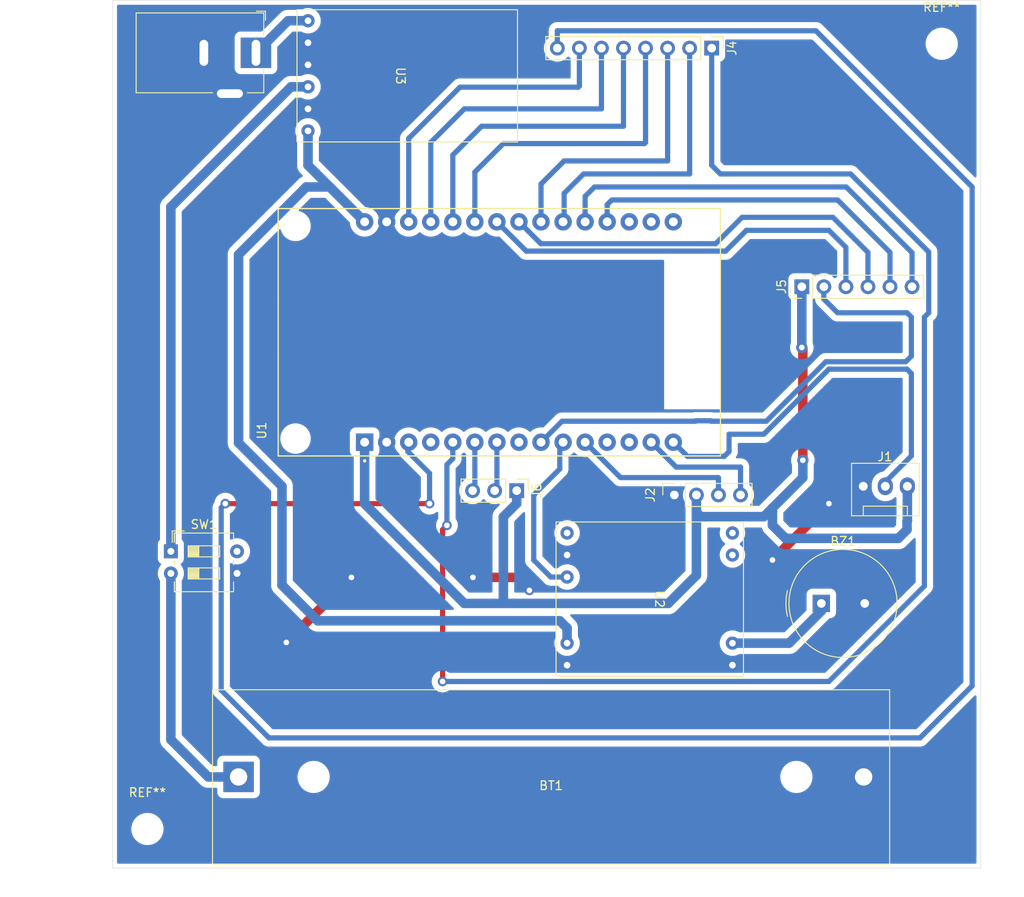
<source format=kicad_pcb>
(kicad_pcb (version 20240108) (generator "pcbnew") (generator_version "8.0")
  (layers (0 "F.Cu" signal) (31 "B.Cu" signal) (34 "B.Paste" user) (35 "F.Paste" user) (36 "B.SilkS" user "B.Silkscreen") (37 "F.SilkS" user "F.Silkscreen") (38 "B.Mask" user) (39 "F.Mask" user) (44 "Edge.Cuts" user))
  (net 0 "")
  (net 1 "GND")
  (net 2 "Net-(BT1-+)")
  (net 3 "Net-(BZ1-+)")
  (net 4 "+5V")
  (net 5 "/LEDS")
  (net 6 "+3V3")
  (net 7 "/SCL")
  (net 8 "/SDA")
  (net 9 "VDC")
  (net 10 "/D5")
  (net 11 "/D18")
  (net 12 "/D26")
  (net 13 "/D4")
  (net 14 "/D25")
  (net 15 "+BATT")
  (net 17 "/D12")
  (net 18 "/D33")
  (net 19 "/D15")
  (net 20 "/D13")
  (net 22 "/D34")
  (net 24 "/D14")
  (net 25 "/D27")
  (net 27 "/D32")
  (net 28 "/RX2")
  (net 29 "/TX2")
  (net 31 "/D19")
  (net 32 "/D35")
  (footprint "Connector_PinHeader_2.54mm:PinHeader_1x06_P2.54mm_Vertical" (layer "F.Cu") (at 179.38 83 90)
    (property "Reference" "J5" (at 0 -2.33 90) (layer "F.SilkS"))
    (property "Value" "Botones")
    (fp_line (start -1.33 -1.33) (end 0 -1.33) (stroke (width 0.12)) (layer "F.SilkS"))
    (fp_line (start -1.33 0) (end -1.33 -1.33) (stroke (width 0.12)) (layer "F.SilkS"))
    (fp_line (start 1.33 1.27) (end 1.33 14.03) (stroke (width 0.12)) (layer "F.SilkS"))
    (fp_line (start -1.33 1.27) (end 1.33 1.27) (stroke (width 0.12)) (layer "F.SilkS"))
    (fp_line (start -1.33 1.27) (end -1.33 14.03) (stroke (width 0.12)) (layer "F.SilkS"))
    (fp_line (start -1.33 14.03) (end 1.33 14.03) (stroke (width 0.12)) (layer "F.SilkS"))
    (pad "1" thru_hole rect (at 0 0 90) (size 1.7 1.7) (drill 1) (layers "*.Cu" "*.Mask") (net 6 "+3V3"))
    (pad "2" thru_hole oval (at 0 2.54 90) (size 1.7 1.7) (drill 1) (layers "*.Cu" "*.Mask") (net 11 "/D18"))
    (pad "3" thru_hole oval (at 0 5.08 90) (size 1.7 1.7) (drill 1) (layers "*.Cu" "*.Mask") (net 12 "/D26"))
    (pad "4" thru_hole oval (at 0 7.62 90) (size 1.7 1.7) (drill 1) (layers "*.Cu" "*.Mask") (net 14 "/D25"))
    (pad "5" thru_hole oval (at 0 10.16 90) (size 1.7 1.7) (drill 1) (layers "*.Cu" "*.Mask") (net 22 "/D34"))
    (pad "6" thru_hole oval (at 0 12.7 90) (size 1.7 1.7) (drill 1) (layers "*.Cu" "*.Mask") (net 32 "/D35"))
  )
  (footprint "CD42:mh-cd42" (layer "F.Cu") (at 133.93 58.69 -90)
    (property "Reference" "U3" (at 0 0.77 -90) (layer "F.SilkS"))
    (property "Value" "mh-cd42")
    (fp_rect (start -7.62 -12.7) (end 7.62 12.7) (stroke (width 0.12)) (fill none) (layer "F.SilkS"))
    (pad "1" thru_hole circle (at -6.35 11.43 270) (size 1.524 1.524) (drill 0.762) (layers "*.Cu" "*.Mask") (net 9 "VDC"))
    (pad "2" thru_hole circle (at -3.81 11.43 270) (size 1.524 1.524) (drill 0.762) (layers "*.Cu" "*.Mask") (net 1 "GND"))
    (pad "3" thru_hole circle (at -1.27 11.43 270) (size 1.524 1.524) (drill 0.762) (layers "*.Cu" "*.Mask") (net 1 "GND"))
    (pad "4" thru_hole circle (at 1.27 11.43 270) (size 1.524 1.524) (drill 0.762) (layers "*.Cu" "*.Mask") (net 15 "+BATT"))
    (pad "5" thru_hole circle (at 3.81 11.43 270) (size 1.524 1.524) (drill 0.762) (layers "*.Cu" "*.Mask") (net 1 "GND"))
    (pad "6" thru_hole circle (at 6.35 11.43 270) (size 1.524 1.524) (drill 0.762) (layers "*.Cu" "*.Mask") (net 4 "+5V"))
  )
  (footprint "Connector:FanPinHeader_1x03_P2.54mm_Vertical" (layer "F.Cu") (at 186.46 106)
    (property "Reference" "J1" (at 2.5 -3.4 0) (layer "F.SilkS"))
    (property "Value" "LEDS")
    (fp_line (start -1.35 -2.65) (end 6.45 -2.65) (stroke (width 0.12)) (layer "F.SilkS"))
    (fp_line (start -1.35 3.4) (end -1.35 -2.65) (stroke (width 0.12)) (layer "F.SilkS"))
    (fp_line (start 0 2.29) (end 5.08 2.29) (stroke (width 0.12)) (layer "F.SilkS"))
    (fp_line (start 0 3.3) (end 0 2.29) (stroke (width 0.12)) (layer "F.SilkS"))
    (fp_line (start 5.08 2.29) (end 5.08 3.3) (stroke (width 0.12)) (layer "F.SilkS"))
    (fp_line (start 6.45 -2.65) (end 6.45 3.4) (stroke (width 0.12)) (layer "F.SilkS"))
    (fp_line (start 6.45 3.4) (end -1.35 3.4) (stroke (width 0.12)) (layer "F.SilkS"))
    (pad "1" thru_hole rect (at 0 0 90) (size 2.03 1.73) (drill 1.02) (layers "*.Cu" "*.Mask") (net 1 "GND"))
    (pad "2" thru_hole oval (at 2.54 0 90) (size 2.03 1.73) (drill 1.02) (layers "*.Cu" "*.Mask") (net 5 "/LEDS"))
    (pad "3" thru_hole oval (at 5.08 0 90) (size 2.03 1.73) (drill 1.02) (layers "*.Cu" "*.Mask") (net 6 "+3V3"))
  )
  (footprint "PAM 8403:pam8403" (layer "F.Cu") (at 162.5 119 -90)
    (property "Reference" "U2" (at 0 -0.5 -90) (layer "F.SilkS"))
    (property "Value" "PAM8403")
    (fp_rect (start -8.89 -10.16) (end 8.89 11.43) (stroke (width 0.12)) (fill none) (layer "F.SilkS"))
    (pad "1" thru_hole circle (at -7.62 10.16 270) (size 1.524 1.524) (drill 0.762) (layers "*.Cu" "*.Mask"))
    (pad "2" thru_hole circle (at -5.08 10.16 270) (size 1.524 1.524) (drill 0.762) (layers "*.Cu" "*.Mask") (net 1 "GND"))
    (pad "3" thru_hole circle (at -2.54 10.16 270) (size 1.524 1.524) (drill 0.762) (layers "*.Cu" "*.Mask") (net 31 "/D19"))
    (pad "4" thru_hole circle (at 5.08 10.16 270) (size 1.524 1.524) (drill 0.762) (layers "*.Cu" "*.Mask") (net 4 "+5V"))
    (pad "5" thru_hole circle (at 7.62 10.16 270) (size 1.524 1.524) (drill 0.762) (layers "*.Cu" "*.Mask") (net 1 "GND"))
    (pad "6" thru_hole circle (at 7.62 -8.89 270) (size 1.524 1.524) (drill 0.762) (layers "*.Cu" "*.Mask") (net 1 "GND"))
    (pad "7" thru_hole circle (at 5.08 -8.89 270) (size 1.524 1.524) (drill 0.762) (layers "*.Cu" "*.Mask") (net 3 "Net-(BZ1-+)"))
    (pad "8" thru_hole circle (at -5.08 -8.89 270) (size 1.524 1.524) (drill 0.762) (layers "*.Cu" "*.Mask"))
    (pad "9" thru_hole circle (at -7.62 -8.89 270) (size 1.524 1.524) (drill 0.762) (layers "*.Cu" "*.Mask"))
  )
  (footprint "Connector_BarrelJack:BarrelJack_Horizontal" (layer "F.Cu") (at 116.5 56.0425)
    (property "Reference" "J3" (hide yes))
    (property "Value" "Barrel_Jack_Switch")
    (fp_line (start -13.8 -4.6) (end 0.9 -4.6) (stroke (width 0.12)) (layer "F.SilkS"))
    (fp_line (start -13.8 4.6) (end -13.8 -4.6) (stroke (width 0.12)) (layer "F.SilkS"))
    (fp_line (start -5 4.6) (end -13.8 4.6) (stroke (width 0.12)) (layer "F.SilkS"))
    (fp_line (start 0.05 -4.8) (end 1.1 -4.8) (stroke (width 0.12)) (layer "F.SilkS"))
    (fp_line (start 0.9 -4.6) (end 0.9 -2) (stroke (width 0.12)) (layer "F.SilkS"))
    (fp_line (start 0.9 1.9) (end 0.9 4.6) (stroke (width 0.12)) (layer "F.SilkS"))
    (fp_line (start 0.9 4.6) (end -1 4.6) (stroke (width 0.12)) (layer "F.SilkS"))
    (fp_line (start 1.1 -3.75) (end 1.1 -4.8) (stroke (width 0.12)) (layer "F.SilkS"))
    (pad "1" thru_hole rect (at 0 0) (size 3.5 3.5) (drill oval 1 3) (layers "*.Cu" "*.Mask") (net 9 "VDC"))
    (pad "2" thru_hole roundrect (at -6 0) (size 3 3.5) (drill oval 1 3) (layers "*.Cu" "*.Mask") (net 1 "GND"))
    (pad "3" thru_hole roundrect (at -3 4.7) (size 3.5 3.5) (drill oval 3 1) (layers "*.Cu" "*.Mask") (net 1 "GND"))
  )
  (footprint "Button_Switch_THT:SW_DIP_SPSTx02_Slide_6.7x6.64mm_W7.62mm_P2.54mm_LowProfile" (layer "F.Cu") (at 106.7 113.5)
    (property "Reference" "SW1" (at 3.81 -3.11 0) (layer "F.SilkS"))
    (property "Value" "SW_SPDT")
    (fp_line (start 0.16 -2.35) (end 0.16 -1.04) (stroke (width 0.12)) (layer "F.SilkS"))
    (fp_line (start 0.16 -2.35) (end 1.543 -2.35) (stroke (width 0.12)) (layer "F.SilkS"))
    (fp_line (start 0.4 -2.11) (end 0.4 -1.04) (stroke (width 0.12)) (layer "F.SilkS"))
    (fp_line (start 0.4 -2.11) (end 7.221 -2.11) (stroke (width 0.12)) (layer "F.SilkS"))
    (fp_line (start 0.4 1.04) (end 0.4 1.551) (stroke (width 0.12)) (layer "F.SilkS"))
    (fp_line (start 0.4 3.53) (end 0.4 4.65) (stroke (width 0.12)) (layer "F.SilkS"))
    (fp_line (start 0.4 4.65) (end 7.221 4.65) (stroke (width 0.12)) (layer "F.SilkS"))
    (fp_line (start 2 -0.635) (end 2 0.635) (stroke (width 0.12)) (layer "F.SilkS"))
    (fp_line (start 2 -0.515) (end 3.206667 -0.515) (stroke (width 0.12)) (layer "F.SilkS"))
    (fp_line (start 2 -0.395) (end 3.206667 -0.395) (stroke (width 0.12)) (layer "F.SilkS"))
    (fp_line (start 2 -0.275) (end 3.206667 -0.275) (stroke (width 0.12)) (layer "F.SilkS"))
    (fp_line (start 2 -0.155) (end 3.206667 -0.155) (stroke (width 0.12)) (layer "F.SilkS"))
    (fp_line (start 2 -0.035) (end 3.206667 -0.035) (stroke (width 0.12)) (layer "F.SilkS"))
    (fp_line (start 2 0.085) (end 3.206667 0.085) (stroke (width 0.12)) (layer "F.SilkS"))
    (fp_line (start 2 0.205) (end 3.206667 0.205) (stroke (width 0.12)) (layer "F.SilkS"))
    (fp_line (start 2 0.325) (end 3.206667 0.325) (stroke (width 0.12)) (layer "F.SilkS"))
    (fp_line (start 2 0.445) (end 3.206667 0.445) (stroke (width 0.12)) (layer "F.SilkS"))
    (fp_line (start 2 0.565) (end 3.206667 0.565) (stroke (width 0.12)) (layer "F.SilkS"))
    (fp_line (start 2 0.635) (end 5.62 0.635) (stroke (width 0.12)) (layer "F.SilkS"))
    (fp_line (start 2 1.905) (end 2 3.175) (stroke (width 0.12)) (layer "F.SilkS"))
    (fp_line (start 2 2.025) (end 3.206667 2.025) (stroke (width 0.12)) (layer "F.SilkS"))
    (fp_line (start 2 2.145) (end 3.206667 2.145) (stroke (width 0.12)) (layer "F.SilkS"))
    (fp_line (start 2 2.265) (end 3.206667 2.265) (stroke (width 0.12)) (layer "F.SilkS"))
    (fp_line (start 2 2.385) (end 3.206667 2.385) (stroke (width 0.12)) (layer "F.SilkS"))
    (fp_line (start 2 2.505) (end 3.206667 2.505) (stroke (width 0.12)) (layer "F.SilkS"))
    (fp_line (start 2 2.625) (end 3.206667 2.625) (stroke (width 0.12)) (layer "F.SilkS"))
    (fp_line (start 2 2.745) (end 3.206667 2.745) (stroke (width 0.12)) (layer "F.SilkS"))
    (fp_line (start 2 2.865) (end 3.206667 2.865) (stroke (width 0.12)) (layer "F.SilkS"))
    (fp_line (start 2 2.985) (end 3.206667 2.985) (stroke (width 0.12)) (layer "F.SilkS"))
    (fp_line (start 2 3.105) (end 3.206667 3.105) (stroke (width 0.12)) (layer "F.SilkS"))
    (fp_line (start 2 3.175) (end 5.62 3.175) (stroke (width 0.12)) (layer "F.SilkS"))
    (fp_line (start 3.206667 -0.635) (end 3.206667 0.635) (stroke (width 0.12)) (layer "F.SilkS"))
    (fp_line (start 3.206667 1.905) (end 3.206667 3.175) (stroke (width 0.12)) (layer "F.SilkS"))
    (fp_line (start 5.62 -0.635) (end 2 -0.635) (stroke (width 0.12)) (layer "F.SilkS"))
    (fp_line (start 5.62 0.635) (end 5.62 -0.635) (stroke (width 0.12)) (layer "F.SilkS"))
    (fp_line (start 5.62 1.905) (end 2 1.905) (stroke (width 0.12)) (layer "F.SilkS"))
    (fp_line (start 5.62 3.175) (end 5.62 1.905) (stroke (width 0.12)) (layer "F.SilkS"))
    (fp_line (start 7.221 -2.11) (end 7.221 -0.99) (stroke (width 0.12)) (layer "F.SilkS"))
    (fp_line (start 7.221 0.99) (end 7.221 1.551) (stroke (width 0.12)) (layer "F.SilkS"))
    (fp_line (start 7.221 3.53) (end 7.221 4.65) (stroke (width 0.12)) (layer "F.SilkS"))
    (pad "1" thru_hole rect (at 0 0) (size 1.6 1.6) (drill 0.8) (layers "*.Cu" "*.Mask") (net 15 "+BATT"))
    (pad "2" thru_hole oval (at 0 2.54) (size 1.6 1.6) (drill 0.8) (layers "*.Cu" "*.Mask") (net 2 "Net-(BT1-+)"))
    (pad "3" thru_hole oval (at 7.62 2.54) (size 1.6 1.6) (drill 0.8) (layers "*.Cu" "*.Mask") (net 1 "GND"))
    (pad "4" thru_hole oval (at 7.62 0) (size 1.6 1.6) (drill 0.8) (layers "*.Cu" "*.Mask"))
  )
  (footprint "Connector_PinHeader_2.54mm:PinHeader_1x08_P2.54mm_Vertical" (layer "F.Cu") (at 169 55.5 -90)
    (property "Reference" "J4" (at 0 -2.33 -90) (layer "F.SilkS"))
    (property "Value" "Teclas")
    (fp_line (start -1.33 19.11) (end 1.33 19.11) (stroke (width 0.12)) (layer "F.SilkS"))
    (fp_line (start -1.33 1.27) (end -1.33 19.11) (stroke (width 0.12)) (layer "F.SilkS"))
    (fp_line (start -1.33 1.27) (end 1.33 1.27) (stroke (width 0.12)) (layer "F.SilkS"))
    (fp_line (start 1.33 1.27) (end 1.33 19.11) (stroke (width 0.12)) (layer "F.SilkS"))
    (fp_line (start -1.33 0) (end -1.33 -1.33) (stroke (width 0.12)) (layer "F.SilkS"))
    (fp_line (start -1.33 -1.33) (end 0 -1.33) (stroke (width 0.12)) (layer "F.SilkS"))
    (pad "1" thru_hole rect (at 0 0 270) (size 1.7 1.7) (drill 1) (layers "*.Cu" "*.Mask") (net 13 "/D4"))
    (pad "2" thru_hole oval (at 0 2.54 270) (size 1.7 1.7) (drill 1) (layers "*.Cu" "*.Mask") (net 27 "/D32"))
    (pad "3" thru_hole oval (at 0 5.08 270) (size 1.7 1.7) (drill 1) (layers "*.Cu" "*.Mask") (net 18 "/D33"))
    (pad "4" thru_hole oval (at 0 7.62 270) (size 1.7 1.7) (drill 1) (layers "*.Cu" "*.Mask") (net 25 "/D27"))
    (pad "5" thru_hole oval (at 0 10.16 270) (size 1.7 1.7) (drill 1) (layers "*.Cu" "*.Mask") (net 24 "/D14"))
    (pad "6" thru_hole oval (at 0 12.7 270) (size 1.7 1.7) (drill 1) (layers "*.Cu" "*.Mask") (net 17 "/D12"))
    (pad "7" thru_hole oval (at 0 15.24 270) (size 1.7 1.7) (drill 1) (layers "*.Cu" "*.Mask") (net 20 "/D13"))
    (pad "8" thru_hole oval (at 0 17.78 270) (size 1.7 1.7) (drill 1) (layers "*.Cu" "*.Mask") (net 19 "/D15"))
  )
  (footprint "Connector_PinHeader_2.54mm:PinHeader_1x03_P2.54mm_Vertical" (layer "F.Cu") (at 146.54 106.5 -90)
    (property "Reference" "J6" (at 0 -2.33 -90) (layer "F.SilkS"))
    (property "Value" "Botones 2")
    (fp_line (start -1.33 6.41) (end 1.33 6.41) (stroke (width 0.12)) (layer "F.SilkS"))
    (fp_line (start -1.33 1.27) (end -1.33 6.41) (stroke (width 0.12)) (layer "F.SilkS"))
    (fp_line (start -1.33 1.27) (end 1.33 1.27) (stroke (width 0.12)) (layer "F.SilkS"))
    (fp_line (start 1.33 1.27) (end 1.33 6.41) (stroke (width 0.12)) (layer "F.SilkS"))
    (fp_line (start -1.33 0) (end -1.33 -1.33) (stroke (width 0.12)) (layer "F.SilkS"))
    (fp_line (start -1.33 -1.33) (end 0 -1.33) (stroke (width 0.12)) (layer "F.SilkS"))
    (pad "1" thru_hole rect (at 0 0 270) (size 1.7 1.7) (drill 1) (layers "*.Cu" "*.Mask") (net 6 "+3V3"))
    (pad "2" thru_hole oval (at 0 2.54 270) (size 1.7 1.7) (drill 1) (layers "*.Cu" "*.Mask") (net 29 "/TX2"))
    (pad "3" thru_hole oval (at 0 5.08 270) (size 1.7 1.7) (drill 1) (layers "*.Cu" "*.Mask") (net 28 "/RX2"))
  )
  (footprint "MountingHole:MountingHole_3.2mm_M3" (layer "F.Cu") (at 104 145.5)
    (property "Reference" "REF**" (at 0 -4.2 0) (layer "F.SilkS"))
    (property "Value" "MountingHole_3.2mm_M3")
    (pad "" np_thru_hole circle (at 0 0) (size 3.2 3.2) (drill 3.2) (layers "*.Cu" "*.Mask"))
  )
  (footprint "MountingHole:MountingHole_3.2mm_M3" (layer "F.Cu") (at 195.5 55)
    (property "Reference" "REF**" (at 0 -4.2 0) (layer "F.SilkS"))
    (property "Value" "MountingHole_3.2mm_M3")
    (pad "" np_thru_hole circle (at 0 0) (size 3.2 3.2) (drill 3.2) (layers "*.Cu" "*.Mask"))
  )
  (footprint "Buzzer_Beeper:Buzzer_TDK_PS1240P02BT_D12.2mm_H6.5mm" (layer "F.Cu") (at 181.629216 119.5)
    (property "Reference" "BZ1" (at 2.5 -7.17 0) (layer "F.SilkS"))
    (property "Value" "Buzzer")
    (fp_arc (start -3.9 1.499999) (mid -4.073431 0) (end -3.9 -1.5) (stroke (width 0.12)) (layer "F.SilkS"))
    (fp_circle (center 2.5 0) (end 8.73 0) (stroke (width 0.12)) (fill none) (layer "F.SilkS"))
    (pad "1" thru_hole rect (at 0 0) (size 2 2) (drill 1) (layers "*.Cu" "*.Mask") (net 3 "Net-(BZ1-+)"))
    (pad "2" thru_hole circle (at 5 0) (size 2 2) (drill 1) (layers "*.Cu" "*.Mask") (net 1 "GND"))
  )
  (footprint "Battery:BatteryHolder_MPD_BH-18650-PC2" (layer "F.Cu") (at 114.5 139.5)
    (property "Reference" "BT1" (at 36 1 0) (layer "F.SilkS"))
    (property "Value" "Battery")
    (fp_line (start -3 -10.05) (end 75 -10.05) (stroke (width 0.12)) (layer "F.SilkS"))
    (fp_line (start -3 10.05) (end -3 -10.05) (stroke (width 0.12)) (layer "F.SilkS"))
    (fp_line (start 75 -10.05) (end 75 10.05) (stroke (width 0.12)) (layer "F.SilkS"))
    (fp_line (start 75 10.05) (end -3 10.05) (stroke (width 0.12)) (layer "F.SilkS"))
    (pad "" np_thru_hole circle (at 8.645 0) (size 3.2 3.2) (drill 3.2) (layers "*.Cu" "*.Mask"))
    (pad "" np_thru_hole circle (at 64.255 0) (size 3.2 3.2) (drill 3.2) (layers "*.Cu" "*.Mask"))
    (pad "1" thru_hole rect (at 0 0) (size 3.5 3.5) (drill 2) (layers "*.Cu" "*.Mask") (net 2 "Net-(BT1-+)"))
    (pad "2" thru_hole circle (at 72 0) (size 3.5 3.5) (drill 2) (layers "*.Cu" "*.Mask") (net 1 "GND"))
  )
  (footprint "Connector_PinSocket_2.54mm:PinSocket_1x04_P2.54mm_Vertical" (layer "F.Cu") (at 164.7 107 90)
    (property "Reference" "J2" (at 0 -2.77 90) (layer "F.SilkS"))
    (property "Value" "Pantalla")
    (fp_line (start 1.33 -1.33) (end 1.33 0) (stroke (width 0.12)) (layer "F.SilkS"))
    (fp_line (start 0 -1.33) (end 1.33 -1.33) (stroke (width 0.12)) (layer "F.SilkS"))
    (fp_line (start 1.33 1.27) (end 1.33 8.95) (stroke (width 0.12)) (layer "F.SilkS"))
    (fp_line (start -1.33 1.27) (end 1.33 1.27) (stroke (width 0.12)) (layer "F.SilkS"))
    (fp_line (start -1.33 1.27) (end -1.33 8.95) (stroke (width 0.12)) (layer "F.SilkS"))
    (fp_line (start -1.33 8.95) (end 1.33 8.95) (stroke (width 0.12)) (layer "F.SilkS"))
    (pad "1" thru_hole rect (at 0 0 90) (size 1.7 1.7) (drill 1) (layers "*.Cu" "*.Mask") (net 1 "GND"))
    (pad "2" thru_hole oval (at 0 2.54 90) (size 1.7 1.7) (drill 1) (layers "*.Cu" "*.Mask") (net 6 "+3V3"))
    (pad "3" thru_hole oval (at 0 5.08 90) (size 1.7 1.7) (drill 1) (layers "*.Cu" "*.Mask") (net 8 "/SDA"))
    (pad "4" thru_hole oval (at 0 7.62 90) (size 1.7 1.7) (drill 1) (layers "*.Cu" "*.Mask") (net 7 "/SCL"))
  )
  (footprint "ESP 32 DEVKIT 1:MODULE_ESP32_DEVKIT_V1" (layer "F.Cu") (at 144.535 88.22 90)
    (property "Reference" "U1" (at -11.355 -27.36 90) (layer "F.SilkS"))
    (property "Value" "ESP32-DEVKIT-V1")
    (fp_line (start 14.23 -25.475) (end 14.23 25.475) (stroke (width 0.127)) (layer "F.SilkS"))
    (fp_line (start 14.23 -25.475) (end 14.23 25.475) (stroke (width 0.127)) (layer "F.SilkS"))
    (fp_line (start 3.5 -25.475) (end 14.23 -25.475) (stroke (width 0.127)) (layer "F.SilkS"))
    (fp_line (start -3.211 -25.475) (end 3.5 -25.475) (stroke (width 0.127)) (layer "F.SilkS"))
    (fp_line (start -14.28 -25.475) (end 14.23 -25.475) (stroke (width 0.127)) (layer "F.SilkS"))
    (fp_line (start -14.28 -25.475) (end -3.211 -25.475) (stroke (width 0.127)) (layer "F.SilkS"))
    (fp_line (start 14.23 25.475) (end -14.28 25.475) (stroke (width 0.127)) (layer "F.SilkS"))
    (fp_line (start 8.78 25.475) (end 14.23 25.475) (stroke (width 0.127)) (layer "F.SilkS"))
    (fp_line (start -8.91 25.475) (end 8.78 25.475) (stroke (width 0.127)) (layer "F.SilkS"))
    (fp_line (start -14.28 25.475) (end -14.28 -25.475) (stroke (width 0.127)) (layer "F.SilkS"))
    (fp_line (start -14.28 25.475) (end -14.28 -25.475) (stroke (width 0.127)) (layer "F.SilkS"))
    (fp_line (start -14.28 25.475) (end -8.91 25.475) (stroke (width 0.127)) (layer "F.SilkS"))
    (fp_circle (center -14.85 -15.515) (end -14.75 -15.515) (stroke (width 0.2)) (fill none) (layer "F.SilkS"))
    (pad "" np_thru_hole circle (at -12.28 -23.475 90) (size 3 3) (drill 3) (layers "*.Cu" "*.Mask"))
    (pad "" np_thru_hole circle (at -12.28 23.475 90) (size 3 3) (drill 3) (layers "*.Cu" "*.Mask"))
    (pad "" np_thru_hole circle (at 12.23 -23.475 90) (size 3 3) (drill 3) (layers "*.Cu" "*.Mask"))
    (pad "" np_thru_hole circle (at 12.23 23.475 90) (size 3 3) (drill 3) (layers "*.Cu" "*.Mask"))
    (pad "1" thru_hole rect (at -12.7 -15.515 90) (size 2 2) (drill 1.02) (layers "*.Cu" "*.Mask") (net 6 "+3V3"))
    (pad "2" thru_hole circle (at -12.7 -12.975 90) (size 2 2) (drill 1.02) (layers "*.Cu" "*.Mask") (net 1 "GND"))
    (pad "3" thru_hole circle (at -12.7 -10.435 90) (size 2 2) (drill 1.02) (layers "*.Cu" "*.Mask") (net 19 "/D15"))
    (pad "4" thru_hole circle (at -12.7 -7.895 90) (size 2 2) (drill 1.02) (layers "*.Cu" "*.Mask"))
    (pad "5" thru_hole circle (at -12.7 -5.355 90) (size 2 2) (drill 1.02) (layers "*.Cu" "*.Mask") (net 13 "/D4"))
    (pad "6" thru_hole circle (at -12.7 -2.815 90) (size 2 2) (drill 1.02) (layers "*.Cu" "*.Mask") (net 28 "/RX2"))
    (pad "7" thru_hole circle (at -12.7 -0.275 90) (size 2 2) (drill 1.02) (layers "*.Cu" "*.Mask") (net 29 "/TX2"))
    (pad "8" thru_hole circle (at -12.7 2.265 90) (size 2 2) (drill 1.02) (layers "*.Cu" "*.Mask") (net 10 "/D5"))
    (pad "9" thru_hole circle (at -12.7 4.805 90) (size 2 2) (drill 1.02) (layers "*.Cu" "*.Mask") (net 11 "/D18"))
    (pad "10" thru_hole circle (at -12.7 7.345 90) (size 2 2) (drill 1.02) (layers "*.Cu" "*.Mask") (net 31 "/D19"))
    (pad "11" thru_hole circle (at -12.7 9.885 90) (size 2 2) (drill 1.02) (layers "*.Cu" "*.Mask") (net 8 "/SDA"))
    (pad "12" thru_hole circle (at -12.7 12.425 90) (size 2 2) (drill 1.02) (layers "*.Cu" "*.Mask"))
    (pad "13" thru_hole circle (at -12.7 14.965 90) (size 2 2) (drill 1.02) (layers "*.Cu" "*.Mask"))
    (pad "14" thru_hole circle (at -12.7 17.505 90) (size 2 2) (drill 1.02) (layers "*.Cu" "*.Mask") (net 7 "/SCL"))
    (pad "15" thru_hole circle (at -12.7 20.045 90) (size 2 2) (drill 1.02) (layers "*.Cu" "*.Mask") (net 5 "/LEDS"))
    (pad "16" thru_hole circle (at 12.7 20.045 90) (size 2 2) (drill 1.02) (layers "*.Cu" "*.Mask"))
    (pad "17" thru_hole circle (at 12.7 17.505 90) (size 2 2) (drill 1.02) (layers "*.Cu" "*.Mask"))
    (pad "18" thru_hole circle (at 12.7 14.965 90) (size 2 2) (drill 1.02) (layers "*.Cu" "*.Mask"))
    (pad "19" thru_hole circle (at 12.7 12.425 90) (size 2 2) (drill 1.02) (layers "*.Cu" "*.Mask") (net 22 "/D34"))
    (pad "20" thru_hole circle (at 12.7 9.885 90) (size 2 2) (drill 1.02) (layers "*.Cu" "*.Mask") (net 32 "/D35"))
    (pad "21" thru_hole circle (at 12.7 7.345 90) (size 2 2) (drill 1.02) (layers "*.Cu" "*.Mask") (net 27 "/D32"))
    (pad "22" thru_hole circle (at 12.7 4.805 90) (size 2 2) (drill 1.02) (layers "*.Cu" "*.Mask") (net 18 "/D33"))
    (pad "23" thru_hole circle (at 12.7 2.265 90) (size 2 2) (drill 1.02) (layers "*.Cu" "*.Mask") (net 14 "/D25"))
    (pad "24" thru_hole circle (at 12.7 -0.275 90) (size 2 2) (drill 1.02) (layers "*.Cu" "*.Mask") (net 12 "/D26"))
    (pad "25" thru_hole circle (at 12.7 -2.815 90) (size 2 2) (drill 1.02) (layers "*.Cu" "*.Mask") (net 25 "/D27"))
    (pad "26" thru_hole circle (at 12.7 -5.355 90) (size 2 2) (drill 1.02) (layers "*.Cu" "*.Mask") (net 24 "/D14"))
    (pad "27" thru_hole circle (at 12.7 -7.895 90) (size 2 2) (drill 1.02) (layers "*.Cu" "*.Mask") (net 17 "/D12"))
    (pad "28" thru_hole circle (at 12.7 -10.435 90) (size 2 2) (drill 1.02) (layers "*.Cu" "*.Mask") (net 20 "/D13"))
    (pad "29" thru_hole circle (at 12.7 -12.975 90) (size 2 2) (drill 1.02) (layers "*.Cu" "*.Mask") (net 1 "GND"))
    (pad "30" thru_hole circle (at 12.7 -15.515 90) (size 2 2) (drill 1.02) (layers "*.Cu" "*.Mask") (net 4 "+5V"))
    (zone (net 0) (net_name "") (layer "B.Cu") (connect_pads (clearance 0)) (min_thickness 0.01)
      (keepout (tracks not_allowed) (vias not_allowed) (pads not_allowed) (copperpour not_allowed) (footprints allowed))
      (fill (thermal_gap 0.508) (thermal_bridge_width 0.508))
      (polygon (pts (xy 163.52 97.13) (xy 163.52 79.44) (xy 170.01 79.44) (xy 170.01 97.13)))
    )
  )
  (gr_rect (start 100 50) (end 200 150) (stroke (width 0.05)) (fill none) (layer "Edge.Cuts"))
  (segment (start 127.5 116.5) (end 120 124) (width 1.1) (layer "F.Cu") (net 1))
  (segment (start 176 114.5) (end 182.5 108) (width 1.1) (layer "F.Cu") (net 1))
  (segment (start 141.5 116.5) (end 146.5 116.5) (width 1.1) (layer "F.Cu") (net 1))
  (segment (start 146.5 116.5) (end 148 118) (width 1.1) (layer "F.Cu") (net 1))
  (via (at 176 114.5) (size 1.1) (drill 0.65) (layers "F.Cu" "B.Cu") (net 1))
  (via (at 127.5 116.5) (size 1.1) (drill 0.65) (layers "F.Cu" "B.Cu") (net 1))
  (via (at 182.5 108) (size 1.1) (drill 0.65) (layers "F.Cu" "B.Cu") (net 1))
  (via (at 120 124) (size 1.1) (drill 0.65) (layers "F.Cu" "B.Cu") (net 1))
  (via (at 148 118) (size 1.1) (drill 0.65) (layers "F.Cu" "B.Cu") (net 1))
  (via (at 141.5 116.5) (size 1.1) (drill 0.65) (layers "F.Cu" "B.Cu") (net 1))
  (segment (start 106.7 116.04) (end 106.7 135.2) (width 1.1) (layer "B.Cu") (net 2))
  (segment (start 111 139.5) (end 114.5 139.5) (width 1.1) (layer "B.Cu") (net 2))
  (segment (start 106.7 135.2) (end 111 139.5) (width 1.1) (layer "B.Cu") (net 2))
  (segment (start 177.92 124.08) (end 171.39 124.08) (width 1.1) (layer "B.Cu") (net 3))
  (segment (start 181.629216 120.370784) (end 177.92 124.08) (width 1.1) (layer "B.Cu") (net 3))
  (segment (start 181.629216 119.5) (end 181.629216 120.370784) (width 1.1) (layer "B.Cu") (net 3))
  (segment (start 122.297309 71.5) (end 125 71.5) (width 1.1) (layer "B.Cu") (net 4))
  (segment (start 119.5 117.396) (end 119.5 106) (width 1.1) (layer "B.Cu") (net 4))
  (segment (start 122.5 65.04) (end 122.5 69) (width 1.1) (layer "B.Cu") (net 4))
  (segment (start 152.34 122.34) (end 151.5 121.5) (width 1.1) (layer "B.Cu") (net 4))
  (segment (start 114.5 79.297309) (end 122.297309 71.5) (width 1.1) (layer "B.Cu") (net 4))
  (segment (start 151.5 121.5) (end 123.604 121.5) (width 1.1) (layer "B.Cu") (net 4))
  (segment (start 119.5 106) (end 114.5 101) (width 1.1) (layer "B.Cu") (net 4))
  (segment (start 125 71.5) (end 129.02 75.52) (width 1.1) (layer "B.Cu") (net 4))
  (segment (start 122.5 69) (end 129.02 75.52) (width 1.1) (layer "B.Cu") (net 4))
  (segment (start 114.5 101) (end 114.5 79.297309) (width 1.1) (layer "B.Cu") (net 4))
  (segment (start 152.34 124.08) (end 152.34 122.34) (width 1.1) (layer "B.Cu") (net 4))
  (segment (start 123.604 121.5) (end 119.5 117.396) (width 1.1) (layer "B.Cu") (net 4))
  (segment (start 192 93) (end 192 102.5) (width 0.6) (layer "B.Cu") (net 5))
  (segment (start 171 102) (end 171 100) (width 0.6) (layer "B.Cu") (net 5))
  (segment (start 189 105.5) (end 189 106) (width 0.6) (layer "B.Cu") (net 5))
  (segment (start 182.5 92.5) (end 191.5 92.5) (width 0.6) (layer "B.Cu") (net 5))
  (segment (start 171 100) (end 175 100) (width 0.6) (layer "B.Cu") (net 5))
  (segment (start 164.58 100.92) (end 166.21 102.55) (width 0.6) (layer "B.Cu") (net 5))
  (segment (start 192 102.5) (end 189 105.5) (width 0.6) (layer "B.Cu") (net 5))
  (segment (start 166.21 102.55) (end 170.45 102.55) (width 0.6) (layer "B.Cu") (net 5))
  (segment (start 170.45 102.55) (end 171 102) (width 0.6) (layer "B.Cu") (net 5))
  (segment (start 191.5 92.5) (end 192 93) (width 0.6) (layer "B.Cu") (net 5))
  (segment (start 175 100) (end 182.5 92.5) (width 0.6) (layer "B.Cu") (net 5))
  (segment (start 179.5 90.12) (end 179.5 103) (width 1.1) (layer "F.Cu") (net 6))
  (segment (start 179.38 90) (end 179.5 90.12) (width 1.1) (layer "F.Cu") (net 6))
  (via (at 179.38 90) (size 1.3) (drill 0.65) (layers "F.Cu" "B.Cu") (net 6))
  (via (at 179.5 103) (size 1.3) (drill 0.65) (layers "F.Cu" "B.Cu") (net 6))
  (segment (start 146.54 107.98) (end 145 109.52) (width 1.1) (layer "B.Cu") (net 6))
  (segment (start 179.5 105) (end 176 108.5) (width 1.1) (layer "B.Cu") (net 6))
  (segment (start 167.24 109) (end 167.74 109.5) (width 1.1) (layer "B.Cu") (net 6))
  (segment (start 129.02 108.02) (end 129.02 100.92) (width 1.1) (layer "B.Cu") (net 6))
  (segment (start 145 109.52) (end 145 119.5) (width 1.1) (layer "B.Cu") (net 6))
  (segment (start 167.24 109) (end 167.24 116.26) (width 1.1) (layer "B.Cu") (net 6))
  (segment (start 191.54 109.96) (end 191.54 106) (width 1.1) (layer "B.Cu") (net 6))
  (segment (start 176 108.5) (end 176 110.5) (width 1.1) (layer "B.Cu") (net 6))
  (segment (start 140.5 119.5) (end 129.02 108.02) (width 1.1) (layer "B.Cu") (net 6))
  (segment (start 167.74 109.5) (end 175 109.5) (width 1.1) (layer "B.Cu") (net 6))
  (segment (start 191.5 110) (end 191.54 109.96) (width 1.1) (layer "B.Cu") (net 6))
  (segment (start 164 119.5) (end 140.5 119.5) (width 1.1) (layer "B.Cu") (net 6))
  (segment (start 179.5 103) (end 179.5 105) (width 1.1) (layer "B.Cu") (net 6))
  (segment (start 167.24 116.26) (end 164 119.5) (width 1.1) (layer "B.Cu") (net 6))
  (segment (start 177.5 112) (end 190.5 112) (width 1.1) (layer "B.Cu") (net 6))
  (segment (start 146.54 106.5) (end 146.54 107.98) (width 1.1) (layer "B.Cu") (net 6))
  (segment (start 179.38 90) (end 179.38 83) (width 1.1) (layer "B.Cu") (net 6))
  (segment (start 176 110.5) (end 177.5 112) (width 1.1) (layer "B.Cu") (net 6))
  (segment (start 167.24 109) (end 167.24 107) (width 1.1) (layer "B.Cu") (net 6))
  (segment (start 175 109.5) (end 176 108.5) (width 1.1) (layer "B.Cu") (net 6))
  (segment (start 191.5 111) (end 191.5 110) (width 1.1) (layer "B.Cu") (net 6))
  (segment (start 190.5 112) (end 191.5 111) (width 1.1) (layer "B.Cu") (net 6))
  (segment (start 172.32 103.786831) (end 164.906831 103.786831) (width 0.6) (layer "B.Cu") (net 7))
  (segment (start 172.32 107) (end 172.32 103.786831) (width 0.6) (layer "B.Cu") (net 7))
  (segment (start 164.906831 103.786831) (end 162.04 100.92) (width 0.6) (layer "B.Cu") (net 7))
  (segment (start 169.742 105) (end 158.5 105) (width 0.6) (layer "B.Cu") (net 8))
  (segment (start 158.5 105) (end 154.42 100.92) (width 0.6) (layer "B.Cu") (net 8))
  (segment (start 169.78 107) (end 169.78 105.038) (width 0.6) (layer "B.Cu") (net 8))
  (segment (start 169.78 105.038) (end 169.742 105) (width 0.6) (layer "B.Cu") (net 8))
  (segment (start 120.2025 52.34) (end 116.5 56.0425) (width 1.1) (layer "B.Cu") (net 9))
  (segment (start 122.5 52.34) (end 120.2025 52.34) (width 1.1) (layer "B.Cu") (net 9))
  (segment (start 167.110862 98.5) (end 151.76 98.5) (width 0.6) (layer "B.Cu") (net 11))
  (segment (start 191.354 91.646) (end 182.146262 91.646) (width 0.6) (layer "B.Cu") (net 11))
  (segment (start 183.5 86) (end 191.5 86) (width 0.6) (layer "B.Cu") (net 11))
  (segment (start 182.146262 91.646) (end 175.292262 98.5) (width 0.6) (layer "B.Cu") (net 11))
  (segment (start 192 91) (end 191.354 91.646) (width 0.6) (layer "B.Cu") (net 11))
  (segment (start 151.76 98.5) (end 149.34 100.92) (width 0.6) (layer "B.Cu") (net 11))
  (segment (start 192 86.5) (end 192 91) (width 0.6) (layer "B.Cu") (net 11))
  (segment (start 191.5 86) (end 192 86.5) (width 0.6) (layer "B.Cu") (net 11))
  (segment (start 167.160862 98.45) (end 167.110862 98.5) (width 0.6) (layer "B.Cu") (net 11))
  (segment (start 181.92 83) (end 181.92 84.42) (width 0.6) (layer "B.Cu") (net 11))
  (segment (start 175.292262 98.5) (end 168.909138 98.5) (width 0.6) (layer "B.Cu") (net 11))
  (segment (start 168.909138 98.5) (end 168.859138 98.45) (width 0.6) (layer "B.Cu") (net 11))
  (segment (start 168.859138 98.45) (end 167.160862 98.45) (width 0.6) (layer "B.Cu") (net 11))
  (segment (start 181.92 84.42) (end 183.5 86) (width 0.6) (layer "B.Cu") (net 11))
  (segment (start 184.46 83) (end 184.46 78.46) (width 0.6) (layer "B.Cu") (net 12))
  (segment (start 173 76.5) (end 170.606 78.894) (width 0.6) (layer "B.Cu") (net 12))
  (segment (start 147.634 78.894) (end 144.26 75.52) (width 0.6) (layer "B.Cu") (net 12))
  (segment (start 182.5 76.5) (end 173 76.5) (width 0.6) (layer "B.Cu") (net 12))
  (segment (start 184.46 78.46) (end 182.5 76.5) (width 0.6) (layer "B.Cu") (net 12))
  (segment (start 170.606 78.894) (end 147.634 78.894) (width 0.6) (layer "B.Cu") (net 12))
  (segment (start 138 111) (end 138.5 110.5) (width 0.6) (layer "F.Cu") (net 13))
  (segment (start 138 128.5) (end 138 111) (width 0.6) (layer "F.Cu") (net 13))
  (via (at 138.5 110.5) (size 1.1) (drill 0.65) (layers "F.Cu" "B.Cu") (net 13))
  (via (at 138 128.5) (size 1.1) (drill 0.65) (layers "F.Cu" "B.Cu") (net 13))
  (segment (start 138.5 103.5) (end 139.18 102.82) (width 0.6) (layer "B.Cu") (net 13))
  (segment (start 138 128.5) (end 182.5 128.5) (width 0.6) (layer "B.Cu") (net 13))
  (segment (start 169 69) (end 169 55.5) (width 0.6) (layer "B.Cu") (net 13))
  (segment (start 182.5 128.5) (end 193.5 117.5) (width 0.6) (layer "B.Cu") (net 13))
  (segment (start 193.5 117.5) (end 193.5 86.5) (width 0.6) (layer "B.Cu") (net 13))
  (segment (start 139.18 102.82) (end 139.18 100.92) (width 0.6) (layer "B.Cu") (net 13))
  (segment (start 194 79) (end 185 70) (width 0.6) (layer "B.Cu") (net 13))
  (segment (start 170 70) (end 169 69) (width 0.6) (layer "B.Cu") (net 13))
  (segment (start 185 70) (end 170 70) (width 0.6) (layer "B.Cu") (net 13))
  (segment (start 194 86) (end 194 79) (width 0.6) (layer "B.Cu") (net 13))
  (segment (start 193.5 86.5) (end 194 86) (width 0.6) (layer "B.Cu") (net 13))
  (segment (start 138.5 110.5) (end 138.5 103.5) (width 0.6) (layer "B.Cu") (net 13))
  (segment (start 149.32 78.04) (end 146.8 75.52) (width 0.6) (layer "B.Cu") (net 14))
  (segment (start 187 83) (end 187 79.04) (width 0.6) (layer "B.Cu") (net 14))
  (segment (start 172.5 75) (end 169.46 78.04) (width 0.6) (layer "B.Cu") (net 14))
  (segment (start 187 79.04) (end 182.96 75) (width 0.6) (layer "B.Cu") (net 14))
  (segment (start 169.46 78.04) (end 149.32 78.04) (width 0.6) (layer "B.Cu") (net 14))
  (segment (start 182.96 75) (end 172.5 75) (width 0.6) (layer "B.Cu") (net 14))
  (segment (start 106.7 73.8) (end 120.54 59.96) (width 1.1) (layer "B.Cu") (net 15))
  (segment (start 120.54 59.96) (end 122.5 59.96) (width 1.1) (layer "B.Cu") (net 15))
  (segment (start 106.7 113.5) (end 106.7 73.8) (width 1.1) (layer "B.Cu") (net 15))
  (segment (start 140.5 62.5) (end 156.287687 62.5) (width 0.6) (layer "B.Cu") (net 17))
  (segment (start 156.287687 62.5) (end 156.3 62.487687) (width 0.6) (layer "B.Cu") (net 17))
  (segment (start 136.64 66.36) (end 140.5 62.5) (width 0.6) (layer "B.Cu") (net 17))
  (segment (start 136.64 75.52) (end 136.64 66.36) (width 0.6) (layer "B.Cu") (net 17))
  (segment (start 156.3 62.487687) (end 156.3 55.5) (width 0.6) (layer "B.Cu") (net 17))
  (segment (start 136.5 75.38) (end 136.64 75.52) (width 0.6) (layer "B.Cu") (net 17))
  (segment (start 149.34 75.52) (end 149.34 71.16) (width 0.6) (layer "B.Cu") (net 18))
  (segment (start 152 68.5) (end 163.92 68.5) (width 0.6) (layer "B.Cu") (net 18))
  (segment (start 163.92 68.5) (end 163.92 55.5) (width 0.6) (layer "B.Cu") (net 18))
  (segment (start 149.34 71.16) (end 152 68.5) (width 0.6) (layer "B.Cu") (net 18))
  (segment (start 112.966 108) (end 136.5 108) (width 0.6) (layer "F.Cu") (net 19))
  (via (at 136.5 108) (size 1.1) (drill 0.65) (layers "F.Cu" "B.Cu") (net 19))
  (via (at 112.966 108) (size 1.1) (drill 0.65) (layers "F.Cu" "B.Cu") (net 19))
  (segment (start 151.22 53.5) (end 151.22 55.5) (width 0.6) (layer "B.Cu") (net 19))
  (segment (start 118 135) (end 193 135) (width 0.6) (layer "B.Cu") (net 19))
  (segment (start 134 101.02) (end 134.1 100.92) (width 0.6) (layer "B.Cu") (net 19))
  (segment (start 112.5 129.5) (end 118 135) (width 0.6) (layer "B.Cu") (net 19))
  (segment (start 136.5 104.5) (end 134 102) (width 0.6) (layer "B.Cu") (net 19))
  (segment (start 193 135) (end 199 129) (width 0.6) (layer "B.Cu") (net 19))
  (segment (start 112.966 108) (end 112.5 108.466) (width 0.6) (layer "B.Cu") (net 19))
  (segment (start 134 102) (end 134 101.02) (width 0.6) (layer "B.Cu") (net 19))
  (segment (start 181 53.5) (end 151.22 53.5) (width 0.6) (layer "B.Cu") (net 19))
  (segment (start 199 71.5) (end 181 53.5) (width 0.6) (layer "B.Cu") (net 19))
  (segment (start 112.5 108.466) (end 112.5 129.5) (width 0.6) (layer "B.Cu") (net 19))
  (segment (start 199 129) (end 199 71.5) (width 0.6) (layer "B.Cu") (net 19))
  (segment (start 136.5 108) (end 136.5 104.5) (width 0.6) (layer "B.Cu") (net 19))
  (segment (start 153.76 59.870751) (end 153.76 55.5) (width 0.6) (layer "B.Cu") (net 20))
  (segment (start 134.1 75.52) (end 134.1 65.9) (width 0.6) (layer "B.Cu") (net 20))
  (segment (start 140 60) (end 153.630751 60) (width 0.6) (layer "B.Cu") (net 20))
  (segment (start 153.630751 60) (end 153.76 59.870751) (width 0.6) (layer "B.Cu") (net 20))
  (segment (start 134.1 65.9) (end 140 60) (width 0.6) (layer "B.Cu") (net 20))
  (segment (start 183.5 73) (end 157.5 73) (width 0.6) (layer "B.Cu") (net 22))
  (segment (start 156.96 73.54) (end 156.96 75.52) (width 0.6) (layer "B.Cu") (net 22))
  (segment (start 189.54 79.04) (end 183.5 73) (width 0.6) (layer "B.Cu") (net 22))
  (segment (start 157.5 73) (end 156.96 73.54) (width 0.6) (layer "B.Cu") (net 22))
  (segment (start 189.54 83) (end 189.54 79.04) (width 0.6) (layer "B.Cu") (net 22))
  (segment (start 139.18 67.82) (end 142.5 64.5) (width 0.6) (layer "B.Cu") (net 24))
  (segment (start 139 75.34) (end 139.18 75.52) (width 0.6) (layer "B.Cu") (net 24))
  (segment (start 142.5 64.5) (end 158.84 64.5) (width 0.6) (layer "B.Cu") (net 24))
  (segment (start 139.18 75.52) (end 139.18 67.82) (width 0.6) (layer "B.Cu") (net 24))
  (segment (start 158.84 64.5) (end 158.84 55.5) (width 0.6) (layer "B.Cu") (net 24))
  (segment (start 161.38 66.38) (end 161.38 55.5) (width 0.6) (layer "B.Cu") (net 25))
  (segment (start 141.72 75.52) (end 141.5 75.3) (width 0.6) (layer "B.Cu") (net 25))
  (segment (start 141.72 75.52) (end 141.72 69.78) (width 0.6) (layer "B.Cu") (net 25))
  (segment (start 141.72 69.78) (end 145 66.5) (width 0.6) (layer "B.Cu") (net 25))
  (segment (start 145 66.5) (end 161.26 66.5) (width 0.6) (layer "B.Cu") (net 25))
  (segment (start 161.26 66.5) (end 161.38 66.38) (width 0.6) (layer "B.Cu") (net 25))
  (segment (start 166.46 70) (end 166.46 55.5) (width 0.6) (layer "B.Cu") (net 27))
  (segment (start 151.88 75.52) (end 152 75.4) (width 0.6) (layer "B.Cu") (net 27))
  (segment (start 152 75.4) (end 152 72.24) (width 0.6) (layer "B.Cu") (net 27))
  (segment (start 154.24 70) (end 166.46 70) (width 0.6) (layer "B.Cu") (net 27))
  (segment (start 152 72.24) (end 154.24 70) (width 0.6) (layer "B.Cu") (net 27))
  (segment (start 141.72 100.92) (end 141.58 100.92) (width 0.6) (layer "B.Cu") (net 28))
  (segment (start 141.72 106.24) (end 141.46 106.5) (width 0.6) (layer "B.Cu") (net 28))
  (segment (start 141.72 100.92) (end 141.72 106.24) (width 0.6) (layer "B.Cu") (net 28))
  (segment (start 141.729383 100.929383) (end 141.72 100.92) (width 0.6) (layer "B.Cu") (net 28))
  (segment (start 144.26 100.92) (end 144.08 100.92) (width 0.6) (layer "B.Cu") (net 29))
  (segment (start 144.26 106.24) (end 144 106.5) (width 0.6) (layer "B.Cu") (net 29))
  (segment (start 144.26 100.92) (end 144.26 106.24) (width 0.6) (layer "B.Cu") (net 29))
  (segment (start 148.5 114.5) (end 150.46 116.46) (width 0.6) (layer "B.Cu") (net 31))
  (segment (start 148.5 107) (end 148.5 114.5) (width 0.6) (layer "B.Cu") (net 31))
  (segment (start 151.5 104) (end 148.5 107) (width 0.6) (layer "B.Cu") (net 31))
  (segment (start 151.88 100.92) (end 151.5 101.3) (width 0.6) (layer "B.Cu") (net 31))
  (segment (start 150.46 116.46) (end 152.34 116.46) (width 0.6) (layer "B.Cu") (net 31))
  (segment (start 151.5 101.3) (end 151.5 104) (width 0.6) (layer "B.Cu") (net 31))
  (segment (start 192.08 83) (end 192.08 79.08) (width 0.6) (layer "B.Cu") (net 32))
  (segment (start 154.42 72.58) (end 154.42 75.52) (width 0.6) (layer "B.Cu") (net 32))
  (segment (start 184.5 71.5) (end 155.5 71.5) (width 0.6) (layer "B.Cu") (net 32))
  (segment (start 155.5 71.5) (end 154.42 72.58) (width 0.6) (layer "B.Cu") (net 32))
  (segment (start 192.08 79.08) (end 184.5 71.5) (width 0.6) (layer "B.Cu") (net 32))
  (zone (net 1) (net_name "GND") (layer "B.Cu") (connect_pads yes (clearance 0.7)) (min_thickness 0.25) (fill yes (thermal_gap 0.8) (thermal_bridge_width 0.8))
    (polygon (pts (xy 100 50) (xy 200 50) (xy 200 150) (xy 100 150)))
  )
)
</source>
